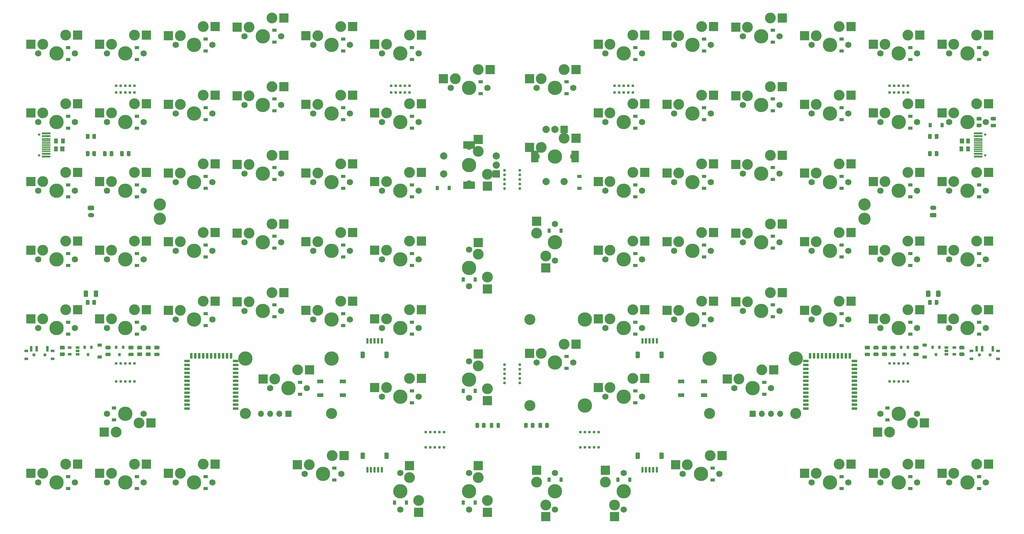
<source format=gbs>
G04 #@! TF.GenerationSoftware,KiCad,Pcbnew,(5.1.10-1-10_14)*
G04 #@! TF.CreationDate,2021-10-20T16:09:14+11:00*
G04 #@! TF.ProjectId,pcb,7063622e-6b69-4636-9164-5f7063625858,rev?*
G04 #@! TF.SameCoordinates,Original*
G04 #@! TF.FileFunction,Soldermask,Bot*
G04 #@! TF.FilePolarity,Negative*
%FSLAX46Y46*%
G04 Gerber Fmt 4.6, Leading zero omitted, Abs format (unit mm)*
G04 Created by KiCad (PCBNEW (5.1.10-1-10_14)) date 2021-10-20 16:09:14*
%MOMM*%
%LPD*%
G01*
G04 APERTURE LIST*
%ADD10R,2.550000X2.500000*%
%ADD11C,1.750000*%
%ADD12C,3.000000*%
%ADD13C,3.987800*%
%ADD14O,3.400000X3.400000*%
%ADD15R,2.500000X2.550000*%
%ADD16R,1.700000X1.000000*%
%ADD17C,3.048000*%
%ADD18R,1.524000X0.700000*%
%ADD19R,0.700000X1.524000*%
%ADD20O,1.750000X1.200000*%
%ADD21O,1.700000X1.700000*%
%ADD22R,1.700000X1.700000*%
%ADD23C,0.787400*%
%ADD24R,1.200000X0.900000*%
%ADD25C,2.000000*%
%ADD26R,2.000000X3.200000*%
%ADD27R,2.000000X2.000000*%
%ADD28R,3.200000X2.000000*%
%ADD29R,2.450000X0.600000*%
%ADD30R,2.450000X0.300000*%
%ADD31C,0.650000*%
%ADD32R,0.800000X0.900000*%
%ADD33R,1.060000X0.650000*%
%ADD34R,1.000000X0.800000*%
%ADD35R,0.700000X1.500000*%
%ADD36C,0.900000*%
%ADD37R,0.900000X1.200000*%
%ADD38R,1.000000X1.400000*%
%ADD39R,1.200000X1.400000*%
G04 APERTURE END LIST*
D10*
X227520500Y-105092500D03*
X240447500Y-102552500D03*
D11*
X228282500Y-100012500D03*
X238442500Y-100012500D03*
D12*
X237172500Y-102552500D03*
D13*
X233362500Y-100012500D03*
D12*
X230822500Y-105092500D03*
D10*
X239204500Y-52070000D03*
X226277500Y-54610000D03*
D11*
X238442500Y-57150000D03*
X228282500Y-57150000D03*
D12*
X229552500Y-54610000D03*
D13*
X233362500Y-57150000D03*
D12*
X235902500Y-52070000D03*
G36*
G01*
X161606250Y-82981249D02*
X161606250Y-84281251D01*
G75*
G02*
X161356251Y-84531250I-249999J0D01*
G01*
X160656249Y-84531250D01*
G75*
G02*
X160406250Y-84281251I0J249999D01*
G01*
X160406250Y-82981249D01*
G75*
G02*
X160656249Y-82731250I249999J0D01*
G01*
X161356251Y-82731250D01*
G75*
G02*
X161606250Y-82981249I0J-249999D01*
G01*
G37*
G36*
G01*
X168206250Y-82981249D02*
X168206250Y-84281251D01*
G75*
G02*
X167956251Y-84531250I-249999J0D01*
G01*
X167256249Y-84531250D01*
G75*
G02*
X167006250Y-84281251I0J249999D01*
G01*
X167006250Y-82981249D01*
G75*
G02*
X167256249Y-82731250I249999J0D01*
G01*
X167956251Y-82731250D01*
G75*
G02*
X168206250Y-82981249I0J-249999D01*
G01*
G37*
G36*
G01*
X162606250Y-79131250D02*
X162606250Y-80381250D01*
G75*
G02*
X162456250Y-80531250I-150000J0D01*
G01*
X162156250Y-80531250D01*
G75*
G02*
X162006250Y-80381250I0J150000D01*
G01*
X162006250Y-79131250D01*
G75*
G02*
X162156250Y-78981250I150000J0D01*
G01*
X162456250Y-78981250D01*
G75*
G02*
X162606250Y-79131250I0J-150000D01*
G01*
G37*
G36*
G01*
X163606250Y-79131250D02*
X163606250Y-80381250D01*
G75*
G02*
X163456250Y-80531250I-150000J0D01*
G01*
X163156250Y-80531250D01*
G75*
G02*
X163006250Y-80381250I0J150000D01*
G01*
X163006250Y-79131250D01*
G75*
G02*
X163156250Y-78981250I150000J0D01*
G01*
X163456250Y-78981250D01*
G75*
G02*
X163606250Y-79131250I0J-150000D01*
G01*
G37*
G36*
G01*
X164606250Y-79131250D02*
X164606250Y-80381250D01*
G75*
G02*
X164456250Y-80531250I-150000J0D01*
G01*
X164156250Y-80531250D01*
G75*
G02*
X164006250Y-80381250I0J150000D01*
G01*
X164006250Y-79131250D01*
G75*
G02*
X164156250Y-78981250I150000J0D01*
G01*
X164456250Y-78981250D01*
G75*
G02*
X164606250Y-79131250I0J-150000D01*
G01*
G37*
G36*
G01*
X165606250Y-79131250D02*
X165606250Y-80381250D01*
G75*
G02*
X165456250Y-80531250I-150000J0D01*
G01*
X165156250Y-80531250D01*
G75*
G02*
X165006250Y-80381250I0J150000D01*
G01*
X165006250Y-79131250D01*
G75*
G02*
X165156250Y-78981250I150000J0D01*
G01*
X165456250Y-78981250D01*
G75*
G02*
X165606250Y-79131250I0J-150000D01*
G01*
G37*
G36*
G01*
X166606250Y-79131250D02*
X166606250Y-80381250D01*
G75*
G02*
X166456250Y-80531250I-150000J0D01*
G01*
X166156250Y-80531250D01*
G75*
G02*
X166006250Y-80381250I0J150000D01*
G01*
X166006250Y-79131250D01*
G75*
G02*
X166156250Y-78981250I150000J0D01*
G01*
X166456250Y-78981250D01*
G75*
G02*
X166606250Y-79131250I0J-150000D01*
G01*
G37*
G36*
G01*
X167006250Y-112281251D02*
X167006250Y-110981249D01*
G75*
G02*
X167256249Y-110731250I249999J0D01*
G01*
X167956251Y-110731250D01*
G75*
G02*
X168206250Y-110981249I0J-249999D01*
G01*
X168206250Y-112281251D01*
G75*
G02*
X167956251Y-112531250I-249999J0D01*
G01*
X167256249Y-112531250D01*
G75*
G02*
X167006250Y-112281251I0J249999D01*
G01*
G37*
G36*
G01*
X160406250Y-112281251D02*
X160406250Y-110981249D01*
G75*
G02*
X160656249Y-110731250I249999J0D01*
G01*
X161356251Y-110731250D01*
G75*
G02*
X161606250Y-110981249I0J-249999D01*
G01*
X161606250Y-112281251D01*
G75*
G02*
X161356251Y-112531250I-249999J0D01*
G01*
X160656249Y-112531250D01*
G75*
G02*
X160406250Y-112281251I0J249999D01*
G01*
G37*
G36*
G01*
X166006250Y-116131250D02*
X166006250Y-114881250D01*
G75*
G02*
X166156250Y-114731250I150000J0D01*
G01*
X166456250Y-114731250D01*
G75*
G02*
X166606250Y-114881250I0J-150000D01*
G01*
X166606250Y-116131250D01*
G75*
G02*
X166456250Y-116281250I-150000J0D01*
G01*
X166156250Y-116281250D01*
G75*
G02*
X166006250Y-116131250I0J150000D01*
G01*
G37*
G36*
G01*
X165006250Y-116131250D02*
X165006250Y-114881250D01*
G75*
G02*
X165156250Y-114731250I150000J0D01*
G01*
X165456250Y-114731250D01*
G75*
G02*
X165606250Y-114881250I0J-150000D01*
G01*
X165606250Y-116131250D01*
G75*
G02*
X165456250Y-116281250I-150000J0D01*
G01*
X165156250Y-116281250D01*
G75*
G02*
X165006250Y-116131250I0J150000D01*
G01*
G37*
G36*
G01*
X164006250Y-116131250D02*
X164006250Y-114881250D01*
G75*
G02*
X164156250Y-114731250I150000J0D01*
G01*
X164456250Y-114731250D01*
G75*
G02*
X164606250Y-114881250I0J-150000D01*
G01*
X164606250Y-116131250D01*
G75*
G02*
X164456250Y-116281250I-150000J0D01*
G01*
X164156250Y-116281250D01*
G75*
G02*
X164006250Y-116131250I0J150000D01*
G01*
G37*
G36*
G01*
X163006250Y-116131250D02*
X163006250Y-114881250D01*
G75*
G02*
X163156250Y-114731250I150000J0D01*
G01*
X163456250Y-114731250D01*
G75*
G02*
X163606250Y-114881250I0J-150000D01*
G01*
X163606250Y-116131250D01*
G75*
G02*
X163456250Y-116281250I-150000J0D01*
G01*
X163156250Y-116281250D01*
G75*
G02*
X163006250Y-116131250I0J150000D01*
G01*
G37*
G36*
G01*
X162006250Y-116131250D02*
X162006250Y-114881250D01*
G75*
G02*
X162156250Y-114731250I150000J0D01*
G01*
X162456250Y-114731250D01*
G75*
G02*
X162606250Y-114881250I0J-150000D01*
G01*
X162606250Y-116131250D01*
G75*
G02*
X162456250Y-116281250I-150000J0D01*
G01*
X162156250Y-116281250D01*
G75*
G02*
X162006250Y-116131250I0J150000D01*
G01*
G37*
G36*
G01*
X90806250Y-112281251D02*
X90806250Y-110981249D01*
G75*
G02*
X91056249Y-110731250I249999J0D01*
G01*
X91756251Y-110731250D01*
G75*
G02*
X92006250Y-110981249I0J-249999D01*
G01*
X92006250Y-112281251D01*
G75*
G02*
X91756251Y-112531250I-249999J0D01*
G01*
X91056249Y-112531250D01*
G75*
G02*
X90806250Y-112281251I0J249999D01*
G01*
G37*
G36*
G01*
X84206250Y-112281251D02*
X84206250Y-110981249D01*
G75*
G02*
X84456249Y-110731250I249999J0D01*
G01*
X85156251Y-110731250D01*
G75*
G02*
X85406250Y-110981249I0J-249999D01*
G01*
X85406250Y-112281251D01*
G75*
G02*
X85156251Y-112531250I-249999J0D01*
G01*
X84456249Y-112531250D01*
G75*
G02*
X84206250Y-112281251I0J249999D01*
G01*
G37*
G36*
G01*
X89806250Y-116131250D02*
X89806250Y-114881250D01*
G75*
G02*
X89956250Y-114731250I150000J0D01*
G01*
X90256250Y-114731250D01*
G75*
G02*
X90406250Y-114881250I0J-150000D01*
G01*
X90406250Y-116131250D01*
G75*
G02*
X90256250Y-116281250I-150000J0D01*
G01*
X89956250Y-116281250D01*
G75*
G02*
X89806250Y-116131250I0J150000D01*
G01*
G37*
G36*
G01*
X88806250Y-116131250D02*
X88806250Y-114881250D01*
G75*
G02*
X88956250Y-114731250I150000J0D01*
G01*
X89256250Y-114731250D01*
G75*
G02*
X89406250Y-114881250I0J-150000D01*
G01*
X89406250Y-116131250D01*
G75*
G02*
X89256250Y-116281250I-150000J0D01*
G01*
X88956250Y-116281250D01*
G75*
G02*
X88806250Y-116131250I0J150000D01*
G01*
G37*
G36*
G01*
X87806250Y-116131250D02*
X87806250Y-114881250D01*
G75*
G02*
X87956250Y-114731250I150000J0D01*
G01*
X88256250Y-114731250D01*
G75*
G02*
X88406250Y-114881250I0J-150000D01*
G01*
X88406250Y-116131250D01*
G75*
G02*
X88256250Y-116281250I-150000J0D01*
G01*
X87956250Y-116281250D01*
G75*
G02*
X87806250Y-116131250I0J150000D01*
G01*
G37*
G36*
G01*
X86806250Y-116131250D02*
X86806250Y-114881250D01*
G75*
G02*
X86956250Y-114731250I150000J0D01*
G01*
X87256250Y-114731250D01*
G75*
G02*
X87406250Y-114881250I0J-150000D01*
G01*
X87406250Y-116131250D01*
G75*
G02*
X87256250Y-116281250I-150000J0D01*
G01*
X86956250Y-116281250D01*
G75*
G02*
X86806250Y-116131250I0J150000D01*
G01*
G37*
G36*
G01*
X85806250Y-116131250D02*
X85806250Y-114881250D01*
G75*
G02*
X85956250Y-114731250I150000J0D01*
G01*
X86256250Y-114731250D01*
G75*
G02*
X86406250Y-114881250I0J-150000D01*
G01*
X86406250Y-116131250D01*
G75*
G02*
X86256250Y-116281250I-150000J0D01*
G01*
X85956250Y-116281250D01*
G75*
G02*
X85806250Y-116131250I0J150000D01*
G01*
G37*
G36*
G01*
X85406250Y-82981249D02*
X85406250Y-84281251D01*
G75*
G02*
X85156251Y-84531250I-249999J0D01*
G01*
X84456249Y-84531250D01*
G75*
G02*
X84206250Y-84281251I0J249999D01*
G01*
X84206250Y-82981249D01*
G75*
G02*
X84456249Y-82731250I249999J0D01*
G01*
X85156251Y-82731250D01*
G75*
G02*
X85406250Y-82981249I0J-249999D01*
G01*
G37*
G36*
G01*
X92006250Y-82981249D02*
X92006250Y-84281251D01*
G75*
G02*
X91756251Y-84531250I-249999J0D01*
G01*
X91056249Y-84531250D01*
G75*
G02*
X90806250Y-84281251I0J249999D01*
G01*
X90806250Y-82981249D01*
G75*
G02*
X91056249Y-82731250I249999J0D01*
G01*
X91756251Y-82731250D01*
G75*
G02*
X92006250Y-82981249I0J-249999D01*
G01*
G37*
G36*
G01*
X86406250Y-79131250D02*
X86406250Y-80381250D01*
G75*
G02*
X86256250Y-80531250I-150000J0D01*
G01*
X85956250Y-80531250D01*
G75*
G02*
X85806250Y-80381250I0J150000D01*
G01*
X85806250Y-79131250D01*
G75*
G02*
X85956250Y-78981250I150000J0D01*
G01*
X86256250Y-78981250D01*
G75*
G02*
X86406250Y-79131250I0J-150000D01*
G01*
G37*
G36*
G01*
X87406250Y-79131250D02*
X87406250Y-80381250D01*
G75*
G02*
X87256250Y-80531250I-150000J0D01*
G01*
X86956250Y-80531250D01*
G75*
G02*
X86806250Y-80381250I0J150000D01*
G01*
X86806250Y-79131250D01*
G75*
G02*
X86956250Y-78981250I150000J0D01*
G01*
X87256250Y-78981250D01*
G75*
G02*
X87406250Y-79131250I0J-150000D01*
G01*
G37*
G36*
G01*
X88406250Y-79131250D02*
X88406250Y-80381250D01*
G75*
G02*
X88256250Y-80531250I-150000J0D01*
G01*
X87956250Y-80531250D01*
G75*
G02*
X87806250Y-80381250I0J150000D01*
G01*
X87806250Y-79131250D01*
G75*
G02*
X87956250Y-78981250I150000J0D01*
G01*
X88256250Y-78981250D01*
G75*
G02*
X88406250Y-79131250I0J-150000D01*
G01*
G37*
G36*
G01*
X89406250Y-79131250D02*
X89406250Y-80381250D01*
G75*
G02*
X89256250Y-80531250I-150000J0D01*
G01*
X88956250Y-80531250D01*
G75*
G02*
X88806250Y-80381250I0J150000D01*
G01*
X88806250Y-79131250D01*
G75*
G02*
X88956250Y-78981250I150000J0D01*
G01*
X89256250Y-78981250D01*
G75*
G02*
X89406250Y-79131250I0J-150000D01*
G01*
G37*
G36*
G01*
X90406250Y-79131250D02*
X90406250Y-80381250D01*
G75*
G02*
X90256250Y-80531250I-150000J0D01*
G01*
X89956250Y-80531250D01*
G75*
G02*
X89806250Y-80381250I0J150000D01*
G01*
X89806250Y-79131250D01*
G75*
G02*
X89956250Y-78981250I150000J0D01*
G01*
X90256250Y-78981250D01*
G75*
G02*
X90406250Y-79131250I0J-150000D01*
G01*
G37*
D14*
X223837500Y-45862500D03*
X223837500Y-41862500D03*
X28575000Y-41862500D03*
X28575000Y-45862500D03*
D12*
X119380000Y-93027500D03*
D13*
X114300000Y-90487500D03*
D12*
X116840000Y-86677500D03*
D11*
X114300000Y-85407500D03*
X114300000Y-95567500D03*
D15*
X116840000Y-83402500D03*
X119380000Y-96329500D03*
D16*
X79350000Y-90968750D03*
X73050000Y-90968750D03*
X79350000Y-94768750D03*
X73050000Y-94768750D03*
D10*
X5842000Y-113982500D03*
X-7085000Y-116522500D03*
D11*
X5080000Y-119062500D03*
X-5080000Y-119062500D03*
D12*
X-3810000Y-116522500D03*
D13*
X0Y-119062500D03*
D12*
X2540000Y-113982500D03*
D10*
X163004500Y-52070000D03*
X150077500Y-54610000D03*
D11*
X162242500Y-57150000D03*
X152082500Y-57150000D03*
D12*
X153352500Y-54610000D03*
D13*
X157162500Y-57150000D03*
D12*
X159702500Y-52070000D03*
X140652500Y-80645000D03*
D13*
X138112500Y-85725000D03*
D12*
X134302500Y-83185000D03*
D11*
X133032500Y-85725000D03*
X143192500Y-85725000D03*
D10*
X131027500Y-83185000D03*
X143954500Y-80645000D03*
D17*
X131127500Y-73787000D03*
D13*
X146367500Y-73787000D03*
X146367500Y-97663000D03*
D17*
X131127500Y-97663000D03*
D18*
X221062500Y-98568750D03*
X221062500Y-97468750D03*
X221062500Y-96368750D03*
X221062500Y-95268750D03*
X221062500Y-94168750D03*
X221062500Y-93068750D03*
X221062500Y-91968750D03*
X221062500Y-90868750D03*
X221062500Y-89768750D03*
X221062500Y-88668750D03*
X221062500Y-87568750D03*
X221062500Y-86468750D03*
X221062500Y-85368750D03*
D19*
X219812500Y-83868750D03*
X218712500Y-83868750D03*
X217612500Y-83868750D03*
X216512500Y-83868750D03*
X215412500Y-83868750D03*
X214312500Y-83868750D03*
X213212500Y-83868750D03*
X212112500Y-83868750D03*
X211012500Y-83868750D03*
X209912500Y-83868750D03*
X208812500Y-83868750D03*
D18*
X207562500Y-85368750D03*
X207562500Y-86468750D03*
X207562500Y-87568750D03*
X207562500Y-88668750D03*
X207562500Y-89768750D03*
X207562500Y-90868750D03*
X207562500Y-91968750D03*
X207562500Y-93068750D03*
X207562500Y-94168750D03*
X207562500Y-95268750D03*
X207562500Y-96368750D03*
X207562500Y-97468750D03*
X207562500Y-98568750D03*
D10*
X43942000Y-68738750D03*
X31015000Y-71278750D03*
D11*
X43180000Y-73818750D03*
X33020000Y-73818750D03*
D12*
X34290000Y-71278750D03*
D13*
X38100000Y-73818750D03*
D12*
X40640000Y-68738750D03*
D20*
X242887500Y-42862500D03*
G36*
G01*
X243512501Y-45462500D02*
X242262499Y-45462500D01*
G75*
G02*
X242012500Y-45212501I0J249999D01*
G01*
X242012500Y-44512499D01*
G75*
G02*
X242262499Y-44262500I249999J0D01*
G01*
X243512501Y-44262500D01*
G75*
G02*
X243762500Y-44512499I0J-249999D01*
G01*
X243762500Y-45212501D01*
G75*
G02*
X243512501Y-45462500I-249999J0D01*
G01*
G37*
X9525000Y-44862500D03*
G36*
G01*
X8899999Y-42262500D02*
X10150001Y-42262500D01*
G75*
G02*
X10400000Y-42512499I0J-249999D01*
G01*
X10400000Y-43212501D01*
G75*
G02*
X10150001Y-43462500I-249999J0D01*
G01*
X8899999Y-43462500D01*
G75*
G02*
X8650000Y-43212501I0J249999D01*
G01*
X8650000Y-42512499D01*
G75*
G02*
X8899999Y-42262500I249999J0D01*
G01*
G37*
D21*
X200501250Y-100012500D03*
X197961250Y-100012500D03*
X195421250Y-100012500D03*
D22*
X192881250Y-100012500D03*
D23*
X97790000Y-8985250D03*
X96520000Y-8985250D03*
X92710000Y-8985250D03*
X93980000Y-8985250D03*
X95250000Y-8985250D03*
X92710000Y-10858500D03*
X93980000Y-10858500D03*
X97790000Y-10858500D03*
X96520000Y-10858500D03*
X95250000Y-10858500D03*
D10*
X5842000Y5080000D03*
X-7085000Y2540000D03*
D11*
X5080000Y0D03*
X-5080000Y0D03*
D12*
X-3810000Y2540000D03*
D13*
X0Y0D03*
D12*
X2540000Y5080000D03*
D23*
X19050000Y-8985250D03*
X17780000Y-8985250D03*
X16510000Y-8985250D03*
X20320000Y-8985250D03*
X21590000Y-8985250D03*
D10*
X24892000Y-13970000D03*
X11965000Y-16510000D03*
D11*
X24130000Y-19050000D03*
X13970000Y-19050000D03*
D12*
X15240000Y-16510000D03*
D13*
X19050000Y-19050000D03*
D12*
X21590000Y-13970000D03*
D10*
X182054500Y7461250D03*
X169127500Y4921250D03*
D11*
X181292500Y2381250D03*
X171132500Y2381250D03*
D12*
X172402500Y4921250D03*
D13*
X176212500Y2381250D03*
D12*
X178752500Y7461250D03*
D23*
X233362500Y-10858500D03*
X234632500Y-10858500D03*
X235902500Y-10858500D03*
X232092500Y-10858500D03*
X230822500Y-10858500D03*
D10*
X220154500Y-68738750D03*
X207227500Y-71278750D03*
D11*
X219392500Y-73818750D03*
X209232500Y-73818750D03*
D12*
X210502500Y-71278750D03*
D13*
X214312500Y-73818750D03*
D12*
X216852500Y-68738750D03*
D10*
X258254500Y-71120000D03*
X245327500Y-73660000D03*
D11*
X257492500Y-76200000D03*
X247332500Y-76200000D03*
D12*
X248602500Y-73660000D03*
D13*
X252412500Y-76200000D03*
D12*
X254952500Y-71120000D03*
D24*
X11906250Y-80900000D03*
X11906250Y-84200000D03*
D18*
X49612500Y-98568750D03*
X49612500Y-97468750D03*
X49612500Y-96368750D03*
X49612500Y-95268750D03*
X49612500Y-94168750D03*
X49612500Y-93068750D03*
X49612500Y-91968750D03*
X49612500Y-90868750D03*
X49612500Y-89768750D03*
X49612500Y-88668750D03*
X49612500Y-87568750D03*
X49612500Y-86468750D03*
X49612500Y-85368750D03*
D19*
X48362500Y-83868750D03*
X47262500Y-83868750D03*
X46162500Y-83868750D03*
X45062500Y-83868750D03*
X43962500Y-83868750D03*
X42862500Y-83868750D03*
X41762500Y-83868750D03*
X40662500Y-83868750D03*
X39562500Y-83868750D03*
X38462500Y-83868750D03*
X37362500Y-83868750D03*
D18*
X36112500Y-85368750D03*
X36112500Y-86468750D03*
X36112500Y-87568750D03*
X36112500Y-88668750D03*
X36112500Y-89768750D03*
X36112500Y-90868750D03*
X36112500Y-91968750D03*
X36112500Y-93068750D03*
X36112500Y-94168750D03*
X36112500Y-95268750D03*
X36112500Y-96368750D03*
X36112500Y-97468750D03*
X36112500Y-98568750D03*
D10*
X220154500Y-113982500D03*
X207227500Y-116522500D03*
D11*
X219392500Y-119062500D03*
X209232500Y-119062500D03*
D12*
X210502500Y-116522500D03*
D13*
X214312500Y-119062500D03*
D12*
X216852500Y-113982500D03*
D10*
X258254500Y-113982500D03*
X245327500Y-116522500D03*
D11*
X257492500Y-119062500D03*
X247332500Y-119062500D03*
D12*
X248602500Y-116522500D03*
D13*
X252412500Y-119062500D03*
D12*
X254952500Y-113982500D03*
D23*
X19050000Y-85979000D03*
X17780000Y-85979000D03*
X16510000Y-85979000D03*
X20320000Y-85979000D03*
X21590000Y-85979000D03*
X19050000Y-91027250D03*
X20320000Y-91027250D03*
X21590000Y-91027250D03*
X17780000Y-91027250D03*
X16510000Y-91027250D03*
G36*
G01*
X229843752Y-82150000D02*
X228943748Y-82150000D01*
G75*
G02*
X228693750Y-81900002I0J249998D01*
G01*
X228693750Y-81374998D01*
G75*
G02*
X228943748Y-81125000I249998J0D01*
G01*
X229843752Y-81125000D01*
G75*
G02*
X230093750Y-81374998I0J-249998D01*
G01*
X230093750Y-81900002D01*
G75*
G02*
X229843752Y-82150000I-249998J0D01*
G01*
G37*
G36*
G01*
X229843752Y-83975000D02*
X228943748Y-83975000D01*
G75*
G02*
X228693750Y-83725002I0J249998D01*
G01*
X228693750Y-83199998D01*
G75*
G02*
X228943748Y-82950000I249998J0D01*
G01*
X229843752Y-82950000D01*
G75*
G02*
X230093750Y-83199998I0J-249998D01*
G01*
X230093750Y-83725002D01*
G75*
G02*
X229843752Y-83975000I-249998J0D01*
G01*
G37*
G36*
G01*
X251275002Y-82150000D02*
X250374998Y-82150000D01*
G75*
G02*
X250125000Y-81900002I0J249998D01*
G01*
X250125000Y-81374998D01*
G75*
G02*
X250374998Y-81125000I249998J0D01*
G01*
X251275002Y-81125000D01*
G75*
G02*
X251525000Y-81374998I0J-249998D01*
G01*
X251525000Y-81900002D01*
G75*
G02*
X251275002Y-82150000I-249998J0D01*
G01*
G37*
G36*
G01*
X251275002Y-83975000D02*
X250374998Y-83975000D01*
G75*
G02*
X250125000Y-83725002I0J249998D01*
G01*
X250125000Y-83199998D01*
G75*
G02*
X250374998Y-82950000I249998J0D01*
G01*
X251275002Y-82950000D01*
G75*
G02*
X251525000Y-83199998I0J-249998D01*
G01*
X251525000Y-83725002D01*
G75*
G02*
X251275002Y-83975000I-249998J0D01*
G01*
G37*
X233362500Y-85979000D03*
X232092500Y-85979000D03*
X230822500Y-85979000D03*
X234632500Y-85979000D03*
X235902500Y-85979000D03*
X233362500Y-91027250D03*
X234632500Y-91027250D03*
X235902500Y-91027250D03*
X232092500Y-91027250D03*
X230822500Y-91027250D03*
D25*
X135612500Y-35575000D03*
X140612500Y-35575000D03*
D26*
X132512500Y-28575000D03*
X143712500Y-28575000D03*
D25*
X135612500Y-21075000D03*
X138112500Y-21075000D03*
D27*
X140612500Y-21075000D03*
D25*
X107300000Y-28456250D03*
X107300000Y-33456250D03*
D28*
X114300000Y-25356250D03*
X114300000Y-36556250D03*
D25*
X121800000Y-28456250D03*
X121800000Y-30956250D03*
D27*
X121800000Y-33456250D03*
D23*
X145097500Y-109283500D03*
X146367500Y-109283500D03*
X150177500Y-109283500D03*
X148907500Y-109283500D03*
X147637500Y-109283500D03*
X150177500Y-105029000D03*
X148907500Y-105029000D03*
X145097500Y-105029000D03*
X146367500Y-105029000D03*
X147637500Y-105029000D03*
D10*
X184435750Y-111601250D03*
X171508750Y-114141250D03*
D11*
X183673750Y-116681250D03*
X173513750Y-116681250D03*
D12*
X174783750Y-114141250D03*
D13*
X178593750Y-116681250D03*
D12*
X181133750Y-111601250D03*
D15*
X152082500Y-115601750D03*
X154622500Y-128528750D03*
D11*
X157162500Y-116363750D03*
X157162500Y-126523750D03*
D12*
X154622500Y-125253750D03*
D13*
X157162500Y-121443750D03*
D12*
X152082500Y-118903750D03*
D15*
X133032500Y-115601750D03*
X135572500Y-128528750D03*
D11*
X138112500Y-116363750D03*
X138112500Y-126523750D03*
D12*
X135572500Y-125253750D03*
D13*
X138112500Y-121443750D03*
D12*
X133032500Y-118903750D03*
D23*
X104775000Y-105029000D03*
X103505000Y-105029000D03*
X102235000Y-105029000D03*
X106045000Y-105029000D03*
X107315000Y-105029000D03*
X104775000Y-109283500D03*
X106045000Y-109283500D03*
X107315000Y-109283500D03*
X103505000Y-109283500D03*
X102235000Y-109283500D03*
X235902500Y-8985250D03*
X234632500Y-8985250D03*
X230822500Y-8985250D03*
X232092500Y-8985250D03*
X233362500Y-8985250D03*
X154622500Y-10858500D03*
X155892500Y-10858500D03*
X159702500Y-10858500D03*
X158432500Y-10858500D03*
X157162500Y-10858500D03*
X159702500Y-8985250D03*
X158432500Y-8985250D03*
X154622500Y-8985250D03*
X155892500Y-8985250D03*
X157162500Y-8985250D03*
X16510000Y-10858500D03*
X17780000Y-10858500D03*
X21590000Y-10858500D03*
X20320000Y-10858500D03*
X19050000Y-10858500D03*
X124079000Y-32385000D03*
X124079000Y-33655000D03*
X124079000Y-37465000D03*
X124079000Y-36195000D03*
X124079000Y-34925000D03*
X128333500Y-37465000D03*
X128333500Y-36195000D03*
X128333500Y-32385000D03*
X128333500Y-33655000D03*
X128333500Y-34925000D03*
X128333500Y-91440000D03*
X128333500Y-90170000D03*
X128333500Y-86360000D03*
X128333500Y-87630000D03*
X128333500Y-88900000D03*
X124079000Y-86360000D03*
X124079000Y-87630000D03*
X124079000Y-91440000D03*
X124079000Y-90170000D03*
X124079000Y-88900000D03*
D16*
X179362500Y-90968750D03*
X173062500Y-90968750D03*
X179362500Y-94768750D03*
X173062500Y-94768750D03*
D15*
X119380000Y-127285750D03*
X116840000Y-114358750D03*
D11*
X114300000Y-126523750D03*
X114300000Y-116363750D03*
D12*
X116840000Y-117633750D03*
D13*
X114300000Y-121443750D03*
D12*
X119380000Y-123983750D03*
D15*
X100330000Y-127285750D03*
X97790000Y-114358750D03*
D11*
X95250000Y-126523750D03*
X95250000Y-116363750D03*
D12*
X97790000Y-117633750D03*
D13*
X95250000Y-121443750D03*
D12*
X100330000Y-123983750D03*
D10*
X79660750Y-111601250D03*
X66733750Y-114141250D03*
D11*
X78898750Y-116681250D03*
X68738750Y-116681250D03*
D12*
X70008750Y-114141250D03*
D13*
X73818750Y-116681250D03*
D12*
X76358750Y-111601250D03*
D10*
X120142000Y-4445000D03*
X107215000Y-6985000D03*
D11*
X119380000Y-9525000D03*
X109220000Y-9525000D03*
D12*
X110490000Y-6985000D03*
D13*
X114300000Y-9525000D03*
D12*
X116840000Y-4445000D03*
D24*
X160337500Y-36450000D03*
X160337500Y-39750000D03*
D13*
X180943250Y-84613750D03*
X204819250Y-84613750D03*
D17*
X180943250Y-99853750D03*
X204819250Y-99853750D03*
D10*
X198723250Y-87788750D03*
X185796250Y-90328750D03*
D11*
X197961250Y-92868750D03*
X187801250Y-92868750D03*
D12*
X189071250Y-90328750D03*
D13*
X192881250Y-92868750D03*
D12*
X195421250Y-87788750D03*
D10*
X201104500Y-66357500D03*
X188177500Y-68897500D03*
D11*
X200342500Y-71437500D03*
X190182500Y-71437500D03*
D12*
X191452500Y-68897500D03*
D13*
X195262500Y-71437500D03*
D12*
X197802500Y-66357500D03*
X133032500Y-49847500D03*
D13*
X138112500Y-52387500D03*
D12*
X135572500Y-56197500D03*
D11*
X138112500Y-57467500D03*
X138112500Y-47307500D03*
D15*
X135572500Y-59472500D03*
X133032500Y-46545500D03*
X119380000Y-65373250D03*
X116840000Y-52446250D03*
D11*
X114300000Y-64611250D03*
X114300000Y-54451250D03*
D12*
X116840000Y-55721250D03*
D13*
X114300000Y-59531250D03*
D12*
X119380000Y-62071250D03*
D15*
X119380000Y-36798250D03*
X116840000Y-23871250D03*
D11*
X114300000Y-36036250D03*
X114300000Y-25876250D03*
D12*
X116840000Y-27146250D03*
D13*
X114300000Y-30956250D03*
D12*
X119380000Y-33496250D03*
D13*
X52355750Y-84613750D03*
X76231750Y-84613750D03*
D17*
X52355750Y-99853750D03*
X76231750Y-99853750D03*
D10*
X70135750Y-87788750D03*
X57208750Y-90328750D03*
D11*
X69373750Y-92868750D03*
X59213750Y-92868750D03*
D12*
X60483750Y-90328750D03*
D13*
X64293750Y-92868750D03*
D12*
X66833750Y-87788750D03*
D29*
X255330000Y-28625000D03*
X255330000Y-22175000D03*
X255330000Y-27850000D03*
X255330000Y-22950000D03*
D30*
X255330000Y-23650000D03*
X255330000Y-27150000D03*
X255330000Y-24150000D03*
X255330000Y-26650000D03*
X255330000Y-24650000D03*
X255330000Y-26150000D03*
X255330000Y-25650000D03*
X255330000Y-25150000D03*
D31*
X257275000Y-28290000D03*
X257275000Y-22510000D03*
D29*
X-2917500Y-22175000D03*
X-2917500Y-28625000D03*
X-2917500Y-22950000D03*
X-2917500Y-27850000D03*
D30*
X-2917500Y-27150000D03*
X-2917500Y-23650000D03*
X-2917500Y-26650000D03*
X-2917500Y-24150000D03*
X-2917500Y-26150000D03*
X-2917500Y-24650000D03*
X-2917500Y-25150000D03*
X-2917500Y-25650000D03*
D31*
X-4862500Y-22510000D03*
X-4862500Y-28290000D03*
D32*
X234950000Y-83550000D03*
X235900000Y-81550000D03*
X234000000Y-81550000D03*
D33*
X248750000Y-83500000D03*
X248750000Y-81600000D03*
X246550000Y-81600000D03*
X246550000Y-82550000D03*
X246550000Y-83500000D03*
X3662500Y-81600000D03*
X3662500Y-83500000D03*
X5862500Y-83500000D03*
X5862500Y-82550000D03*
X5862500Y-81600000D03*
D32*
X17462500Y-83550000D03*
X18412500Y-81550000D03*
X16512500Y-81550000D03*
D10*
X258254500Y-52070000D03*
X245327500Y-54610000D03*
D11*
X257492500Y-57150000D03*
X247332500Y-57150000D03*
D12*
X248602500Y-54610000D03*
D13*
X252412500Y-57150000D03*
D12*
X254952500Y-52070000D03*
D10*
X258254500Y-33020000D03*
X245327500Y-35560000D03*
D11*
X257492500Y-38100000D03*
X247332500Y-38100000D03*
D12*
X248602500Y-35560000D03*
D13*
X252412500Y-38100000D03*
D12*
X254952500Y-33020000D03*
D10*
X258254500Y-13970000D03*
X245327500Y-16510000D03*
D11*
X257492500Y-19050000D03*
X247332500Y-19050000D03*
D12*
X248602500Y-16510000D03*
D13*
X252412500Y-19050000D03*
D12*
X254952500Y-13970000D03*
D10*
X258254500Y5080000D03*
X245327500Y2540000D03*
D11*
X257492500Y0D03*
X247332500Y0D03*
D12*
X248602500Y2540000D03*
D13*
X252412500Y0D03*
D12*
X254952500Y5080000D03*
D10*
X239204500Y-71120000D03*
X226277500Y-73660000D03*
D11*
X238442500Y-76200000D03*
X228282500Y-76200000D03*
D12*
X229552500Y-73660000D03*
D13*
X233362500Y-76200000D03*
D12*
X235902500Y-71120000D03*
D10*
X239204500Y-33020000D03*
X226277500Y-35560000D03*
D11*
X238442500Y-38100000D03*
X228282500Y-38100000D03*
D12*
X229552500Y-35560000D03*
D13*
X233362500Y-38100000D03*
D12*
X235902500Y-33020000D03*
D10*
X239204500Y-13970000D03*
X226277500Y-16510000D03*
D11*
X238442500Y-19050000D03*
X228282500Y-19050000D03*
D12*
X229552500Y-16510000D03*
D13*
X233362500Y-19050000D03*
D12*
X235902500Y-13970000D03*
D10*
X239204500Y5080000D03*
X226277500Y2540000D03*
D11*
X238442500Y0D03*
X228282500Y0D03*
D12*
X229552500Y2540000D03*
D13*
X233362500Y0D03*
D12*
X235902500Y5080000D03*
D10*
X220154500Y-49688750D03*
X207227500Y-52228750D03*
D11*
X219392500Y-54768750D03*
X209232500Y-54768750D03*
D12*
X210502500Y-52228750D03*
D13*
X214312500Y-54768750D03*
D12*
X216852500Y-49688750D03*
D10*
X220154500Y-30638750D03*
X207227500Y-33178750D03*
D11*
X219392500Y-35718750D03*
X209232500Y-35718750D03*
D12*
X210502500Y-33178750D03*
D13*
X214312500Y-35718750D03*
D12*
X216852500Y-30638750D03*
D10*
X220154500Y-11588750D03*
X207227500Y-14128750D03*
D11*
X219392500Y-16668750D03*
X209232500Y-16668750D03*
D12*
X210502500Y-14128750D03*
D13*
X214312500Y-16668750D03*
D12*
X216852500Y-11588750D03*
D10*
X220154500Y7461250D03*
X207227500Y4921250D03*
D11*
X219392500Y2381250D03*
X209232500Y2381250D03*
D12*
X210502500Y4921250D03*
D13*
X214312500Y2381250D03*
D12*
X216852500Y7461250D03*
D10*
X201104500Y-47307500D03*
X188177500Y-49847500D03*
D11*
X200342500Y-52387500D03*
X190182500Y-52387500D03*
D12*
X191452500Y-49847500D03*
D13*
X195262500Y-52387500D03*
D12*
X197802500Y-47307500D03*
D10*
X201104500Y-28257500D03*
X188177500Y-30797500D03*
D11*
X200342500Y-33337500D03*
X190182500Y-33337500D03*
D12*
X191452500Y-30797500D03*
D13*
X195262500Y-33337500D03*
D12*
X197802500Y-28257500D03*
D10*
X201104500Y-9207500D03*
X188177500Y-11747500D03*
D11*
X200342500Y-14287500D03*
X190182500Y-14287500D03*
D12*
X191452500Y-11747500D03*
D13*
X195262500Y-14287500D03*
D12*
X197802500Y-9207500D03*
D10*
X201104500Y9842500D03*
X188177500Y7302500D03*
D11*
X200342500Y4762500D03*
X190182500Y4762500D03*
D12*
X191452500Y7302500D03*
D13*
X195262500Y4762500D03*
D12*
X197802500Y9842500D03*
D10*
X182054500Y-68738750D03*
X169127500Y-71278750D03*
D11*
X181292500Y-73818750D03*
X171132500Y-73818750D03*
D12*
X172402500Y-71278750D03*
D13*
X176212500Y-73818750D03*
D12*
X178752500Y-68738750D03*
D10*
X182054500Y-49688750D03*
X169127500Y-52228750D03*
D11*
X181292500Y-54768750D03*
X171132500Y-54768750D03*
D12*
X172402500Y-52228750D03*
D13*
X176212500Y-54768750D03*
D12*
X178752500Y-49688750D03*
D10*
X182054500Y-30638750D03*
X169127500Y-33178750D03*
D11*
X181292500Y-35718750D03*
X171132500Y-35718750D03*
D12*
X172402500Y-33178750D03*
D13*
X176212500Y-35718750D03*
D12*
X178752500Y-30638750D03*
D10*
X182054500Y-11588750D03*
X169127500Y-14128750D03*
D11*
X181292500Y-16668750D03*
X171132500Y-16668750D03*
D12*
X172402500Y-14128750D03*
D13*
X176212500Y-16668750D03*
D12*
X178752500Y-11588750D03*
D10*
X239204500Y-113982500D03*
X226277500Y-116522500D03*
D11*
X238442500Y-119062500D03*
X228282500Y-119062500D03*
D12*
X229552500Y-116522500D03*
D13*
X233362500Y-119062500D03*
D12*
X235902500Y-113982500D03*
D10*
X163004500Y-90170000D03*
X150077500Y-92710000D03*
D11*
X162242500Y-95250000D03*
X152082500Y-95250000D03*
D12*
X153352500Y-92710000D03*
D13*
X157162500Y-95250000D03*
D12*
X159702500Y-90170000D03*
D10*
X163004500Y-71120000D03*
X150077500Y-73660000D03*
D11*
X162242500Y-76200000D03*
X152082500Y-76200000D03*
D12*
X153352500Y-73660000D03*
D13*
X157162500Y-76200000D03*
D12*
X159702500Y-71120000D03*
D10*
X163004500Y-33020000D03*
X150077500Y-35560000D03*
D11*
X162242500Y-38100000D03*
X152082500Y-38100000D03*
D12*
X153352500Y-35560000D03*
D13*
X157162500Y-38100000D03*
D12*
X159702500Y-33020000D03*
D10*
X163004500Y-13970000D03*
X150077500Y-16510000D03*
D11*
X162242500Y-19050000D03*
X152082500Y-19050000D03*
D12*
X153352500Y-16510000D03*
D13*
X157162500Y-19050000D03*
D12*
X159702500Y-13970000D03*
D10*
X163004500Y5080000D03*
X150077500Y2540000D03*
D11*
X162242500Y0D03*
X152082500Y0D03*
D12*
X153352500Y2540000D03*
D13*
X157162500Y0D03*
D12*
X159702500Y5080000D03*
D10*
X143954500Y-23495000D03*
X131027500Y-26035000D03*
D11*
X143192500Y-28575000D03*
X133032500Y-28575000D03*
D12*
X134302500Y-26035000D03*
D13*
X138112500Y-28575000D03*
D12*
X140652500Y-23495000D03*
D10*
X143954500Y-4445000D03*
X131027500Y-6985000D03*
D11*
X143192500Y-9525000D03*
X133032500Y-9525000D03*
D12*
X134302500Y-6985000D03*
D13*
X138112500Y-9525000D03*
D12*
X140652500Y-4445000D03*
D34*
X260825000Y-82563750D03*
X253525000Y-82563750D03*
X253525000Y-84773750D03*
X260825000Y-84773750D03*
D35*
X254925000Y-81913750D03*
X256425000Y-81913750D03*
X259425000Y-81913750D03*
D36*
X255675000Y-83673750D03*
X258675000Y-83673750D03*
D10*
X101092000Y-90170000D03*
X88165000Y-92710000D03*
D11*
X100330000Y-95250000D03*
X90170000Y-95250000D03*
D12*
X91440000Y-92710000D03*
D13*
X95250000Y-95250000D03*
D12*
X97790000Y-90170000D03*
D34*
X-1112500Y-82563750D03*
X-8412500Y-82563750D03*
X-8412500Y-84773750D03*
X-1112500Y-84773750D03*
D35*
X-7012500Y-81913750D03*
X-5512500Y-81913750D03*
X-2512500Y-81913750D03*
D36*
X-6262500Y-83673750D03*
X-3262500Y-83673750D03*
D10*
X101092000Y-71120000D03*
X88165000Y-73660000D03*
D11*
X100330000Y-76200000D03*
X90170000Y-76200000D03*
D12*
X91440000Y-73660000D03*
D13*
X95250000Y-76200000D03*
D12*
X97790000Y-71120000D03*
D10*
X101092000Y-52070000D03*
X88165000Y-54610000D03*
D11*
X100330000Y-57150000D03*
X90170000Y-57150000D03*
D12*
X91440000Y-54610000D03*
D13*
X95250000Y-57150000D03*
D12*
X97790000Y-52070000D03*
D10*
X101092000Y-33020000D03*
X88165000Y-35560000D03*
D11*
X100330000Y-38100000D03*
X90170000Y-38100000D03*
D12*
X91440000Y-35560000D03*
D13*
X95250000Y-38100000D03*
D12*
X97790000Y-33020000D03*
D10*
X101092000Y-13970000D03*
X88165000Y-16510000D03*
D11*
X100330000Y-19050000D03*
X90170000Y-19050000D03*
D12*
X91440000Y-16510000D03*
D13*
X95250000Y-19050000D03*
D12*
X97790000Y-13970000D03*
D10*
X101092000Y5080000D03*
X88165000Y2540000D03*
D11*
X100330000Y0D03*
X90170000Y0D03*
D12*
X91440000Y2540000D03*
D13*
X95250000Y0D03*
D12*
X97790000Y5080000D03*
D10*
X82042000Y-68738750D03*
X69115000Y-71278750D03*
D11*
X81280000Y-73818750D03*
X71120000Y-73818750D03*
D12*
X72390000Y-71278750D03*
D13*
X76200000Y-73818750D03*
D12*
X78740000Y-68738750D03*
D10*
X82042000Y-49688750D03*
X69115000Y-52228750D03*
D11*
X81280000Y-54768750D03*
X71120000Y-54768750D03*
D12*
X72390000Y-52228750D03*
D13*
X76200000Y-54768750D03*
D12*
X78740000Y-49688750D03*
D10*
X82042000Y-30638750D03*
X69115000Y-33178750D03*
D11*
X81280000Y-35718750D03*
X71120000Y-35718750D03*
D12*
X72390000Y-33178750D03*
D13*
X76200000Y-35718750D03*
D12*
X78740000Y-30638750D03*
D10*
X82042000Y-11588750D03*
X69115000Y-14128750D03*
D11*
X81280000Y-16668750D03*
X71120000Y-16668750D03*
D12*
X72390000Y-14128750D03*
D13*
X76200000Y-16668750D03*
D12*
X78740000Y-11588750D03*
D10*
X82042000Y7461250D03*
X69115000Y4921250D03*
D11*
X81280000Y2381250D03*
X71120000Y2381250D03*
D12*
X72390000Y4921250D03*
D13*
X76200000Y2381250D03*
D12*
X78740000Y7461250D03*
D10*
X62992000Y-66357500D03*
X50065000Y-68897500D03*
D11*
X62230000Y-71437500D03*
X52070000Y-71437500D03*
D12*
X53340000Y-68897500D03*
D13*
X57150000Y-71437500D03*
D12*
X59690000Y-66357500D03*
D10*
X62992000Y-47307500D03*
X50065000Y-49847500D03*
D11*
X62230000Y-52387500D03*
X52070000Y-52387500D03*
D12*
X53340000Y-49847500D03*
D13*
X57150000Y-52387500D03*
D12*
X59690000Y-47307500D03*
D10*
X62992000Y-28257500D03*
X50065000Y-30797500D03*
D11*
X62230000Y-33337500D03*
X52070000Y-33337500D03*
D12*
X53340000Y-30797500D03*
D13*
X57150000Y-33337500D03*
D12*
X59690000Y-28257500D03*
D10*
X62992000Y-9207500D03*
X50065000Y-11747500D03*
D11*
X62230000Y-14287500D03*
X52070000Y-14287500D03*
D12*
X53340000Y-11747500D03*
D13*
X57150000Y-14287500D03*
D12*
X59690000Y-9207500D03*
D10*
X62992000Y9842500D03*
X50065000Y7302500D03*
D11*
X62230000Y4762500D03*
X52070000Y4762500D03*
D12*
X53340000Y7302500D03*
D13*
X57150000Y4762500D03*
D12*
X59690000Y9842500D03*
D10*
X43942000Y-49688750D03*
X31015000Y-52228750D03*
D11*
X43180000Y-54768750D03*
X33020000Y-54768750D03*
D12*
X34290000Y-52228750D03*
D13*
X38100000Y-54768750D03*
D12*
X40640000Y-49688750D03*
D10*
X43942000Y-30638750D03*
X31015000Y-33178750D03*
D11*
X43180000Y-35718750D03*
X33020000Y-35718750D03*
D12*
X34290000Y-33178750D03*
D13*
X38100000Y-35718750D03*
D12*
X40640000Y-30638750D03*
D10*
X43942000Y-11588750D03*
X31015000Y-14128750D03*
D11*
X43180000Y-16668750D03*
X33020000Y-16668750D03*
D12*
X34290000Y-14128750D03*
D13*
X38100000Y-16668750D03*
D12*
X40640000Y-11588750D03*
D10*
X43942000Y7461250D03*
X31015000Y4921250D03*
D11*
X43180000Y2381250D03*
X33020000Y2381250D03*
D12*
X34290000Y4921250D03*
D13*
X38100000Y2381250D03*
D12*
X40640000Y7461250D03*
D10*
X43942000Y-113982500D03*
X31015000Y-116522500D03*
D11*
X43180000Y-119062500D03*
X33020000Y-119062500D03*
D12*
X34290000Y-116522500D03*
D13*
X38100000Y-119062500D03*
D12*
X40640000Y-113982500D03*
D10*
X24892000Y-71120000D03*
X11965000Y-73660000D03*
D11*
X24130000Y-76200000D03*
X13970000Y-76200000D03*
D12*
X15240000Y-73660000D03*
D13*
X19050000Y-76200000D03*
D12*
X21590000Y-71120000D03*
D10*
X24892000Y-52070000D03*
X11965000Y-54610000D03*
D11*
X24130000Y-57150000D03*
X13970000Y-57150000D03*
D12*
X15240000Y-54610000D03*
D13*
X19050000Y-57150000D03*
D12*
X21590000Y-52070000D03*
D10*
X24892000Y-33020000D03*
X11965000Y-35560000D03*
D11*
X24130000Y-38100000D03*
X13970000Y-38100000D03*
D12*
X15240000Y-35560000D03*
D13*
X19050000Y-38100000D03*
D12*
X21590000Y-33020000D03*
D10*
X24892000Y5080000D03*
X11965000Y2540000D03*
D11*
X24130000Y0D03*
X13970000Y0D03*
D12*
X15240000Y2540000D03*
D13*
X19050000Y0D03*
D12*
X21590000Y5080000D03*
D10*
X24892000Y-113982500D03*
X11965000Y-116522500D03*
D11*
X24130000Y-119062500D03*
X13970000Y-119062500D03*
D12*
X15240000Y-116522500D03*
D13*
X19050000Y-119062500D03*
D12*
X21590000Y-113982500D03*
D10*
X13208000Y-105092500D03*
X26135000Y-102552500D03*
D11*
X13970000Y-100012500D03*
X24130000Y-100012500D03*
D12*
X22860000Y-102552500D03*
D13*
X19050000Y-100012500D03*
D12*
X16510000Y-105092500D03*
D10*
X5842000Y-71120000D03*
X-7085000Y-73660000D03*
D11*
X5080000Y-76200000D03*
X-5080000Y-76200000D03*
D12*
X-3810000Y-73660000D03*
D13*
X0Y-76200000D03*
D12*
X2540000Y-71120000D03*
D10*
X5842000Y-52070000D03*
X-7085000Y-54610000D03*
D11*
X5080000Y-57150000D03*
X-5080000Y-57150000D03*
D12*
X-3810000Y-54610000D03*
D13*
X0Y-57150000D03*
D12*
X2540000Y-52070000D03*
D10*
X5842000Y-33020000D03*
X-7085000Y-35560000D03*
D11*
X5080000Y-38100000D03*
X-5080000Y-38100000D03*
D12*
X-3810000Y-35560000D03*
D13*
X0Y-38100000D03*
D12*
X2540000Y-33020000D03*
D10*
X5842000Y-13970000D03*
X-7085000Y-16510000D03*
D11*
X5080000Y-19050000D03*
X-5080000Y-19050000D03*
D12*
X-3810000Y-16510000D03*
D13*
X0Y-19050000D03*
D12*
X2540000Y-13970000D03*
G36*
G01*
X243287500Y-69506252D02*
X243287500Y-68606248D01*
G75*
G02*
X243537498Y-68356250I249998J0D01*
G01*
X244062502Y-68356250D01*
G75*
G02*
X244312500Y-68606248I0J-249998D01*
G01*
X244312500Y-69506252D01*
G75*
G02*
X244062502Y-69756250I-249998J0D01*
G01*
X243537498Y-69756250D01*
G75*
G02*
X243287500Y-69506252I0J249998D01*
G01*
G37*
G36*
G01*
X241462500Y-69506252D02*
X241462500Y-68606248D01*
G75*
G02*
X241712498Y-68356250I249998J0D01*
G01*
X242237502Y-68356250D01*
G75*
G02*
X242487500Y-68606248I0J-249998D01*
G01*
X242487500Y-69506252D01*
G75*
G02*
X242237502Y-69756250I-249998J0D01*
G01*
X241712498Y-69756250D01*
G75*
G02*
X241462500Y-69506252I0J249998D01*
G01*
G37*
G36*
G01*
X135337500Y-103637502D02*
X135337500Y-102737498D01*
G75*
G02*
X135587498Y-102487500I249998J0D01*
G01*
X136112502Y-102487500D01*
G75*
G02*
X136362500Y-102737498I0J-249998D01*
G01*
X136362500Y-103637502D01*
G75*
G02*
X136112502Y-103887500I-249998J0D01*
G01*
X135587498Y-103887500D01*
G75*
G02*
X135337500Y-103637502I0J249998D01*
G01*
G37*
G36*
G01*
X133512500Y-103637502D02*
X133512500Y-102737498D01*
G75*
G02*
X133762498Y-102487500I249998J0D01*
G01*
X134287502Y-102487500D01*
G75*
G02*
X134537500Y-102737498I0J-249998D01*
G01*
X134537500Y-103637502D01*
G75*
G02*
X134287502Y-103887500I-249998J0D01*
G01*
X133762498Y-103887500D01*
G75*
G02*
X133512500Y-103637502I0J249998D01*
G01*
G37*
G36*
G01*
X226562498Y-82950000D02*
X227462502Y-82950000D01*
G75*
G02*
X227712500Y-83199998I0J-249998D01*
G01*
X227712500Y-83725002D01*
G75*
G02*
X227462502Y-83975000I-249998J0D01*
G01*
X226562498Y-83975000D01*
G75*
G02*
X226312500Y-83725002I0J249998D01*
G01*
X226312500Y-83199998D01*
G75*
G02*
X226562498Y-82950000I249998J0D01*
G01*
G37*
G36*
G01*
X226562498Y-81125000D02*
X227462502Y-81125000D01*
G75*
G02*
X227712500Y-81374998I0J-249998D01*
G01*
X227712500Y-81900002D01*
G75*
G02*
X227462502Y-82150000I-249998J0D01*
G01*
X226562498Y-82150000D01*
G75*
G02*
X226312500Y-81900002I0J249998D01*
G01*
X226312500Y-81374998D01*
G75*
G02*
X226562498Y-81125000I249998J0D01*
G01*
G37*
G36*
G01*
X243287500Y-28231252D02*
X243287500Y-27331248D01*
G75*
G02*
X243537498Y-27081250I249998J0D01*
G01*
X244062502Y-27081250D01*
G75*
G02*
X244312500Y-27331248I0J-249998D01*
G01*
X244312500Y-28231252D01*
G75*
G02*
X244062502Y-28481250I-249998J0D01*
G01*
X243537498Y-28481250D01*
G75*
G02*
X243287500Y-28231252I0J249998D01*
G01*
G37*
G36*
G01*
X241462500Y-28231252D02*
X241462500Y-27331248D01*
G75*
G02*
X241712498Y-27081250I249998J0D01*
G01*
X242237502Y-27081250D01*
G75*
G02*
X242487500Y-27331248I0J-249998D01*
G01*
X242487500Y-28231252D01*
G75*
G02*
X242237502Y-28481250I-249998J0D01*
G01*
X241712498Y-28481250D01*
G75*
G02*
X241462500Y-28231252I0J249998D01*
G01*
G37*
G36*
G01*
X243287500Y-23468752D02*
X243287500Y-22568748D01*
G75*
G02*
X243537498Y-22318750I249998J0D01*
G01*
X244062502Y-22318750D01*
G75*
G02*
X244312500Y-22568748I0J-249998D01*
G01*
X244312500Y-23468752D01*
G75*
G02*
X244062502Y-23718750I-249998J0D01*
G01*
X243537498Y-23718750D01*
G75*
G02*
X243287500Y-23468752I0J249998D01*
G01*
G37*
G36*
G01*
X241462500Y-23468752D02*
X241462500Y-22568748D01*
G75*
G02*
X241712498Y-22318750I249998J0D01*
G01*
X242237502Y-22318750D01*
G75*
G02*
X242487500Y-22568748I0J-249998D01*
G01*
X242487500Y-23468752D01*
G75*
G02*
X242237502Y-23718750I-249998J0D01*
G01*
X241712498Y-23718750D01*
G75*
G02*
X241462500Y-23468752I0J249998D01*
G01*
G37*
G36*
G01*
X117075000Y-102737498D02*
X117075000Y-103637502D01*
G75*
G02*
X116825002Y-103887500I-249998J0D01*
G01*
X116299998Y-103887500D01*
G75*
G02*
X116050000Y-103637502I0J249998D01*
G01*
X116050000Y-102737498D01*
G75*
G02*
X116299998Y-102487500I249998J0D01*
G01*
X116825002Y-102487500D01*
G75*
G02*
X117075000Y-102737498I0J-249998D01*
G01*
G37*
G36*
G01*
X118900000Y-102737498D02*
X118900000Y-103637502D01*
G75*
G02*
X118650002Y-103887500I-249998J0D01*
G01*
X118124998Y-103887500D01*
G75*
G02*
X117875000Y-103637502I0J249998D01*
G01*
X117875000Y-102737498D01*
G75*
G02*
X118124998Y-102487500I249998J0D01*
G01*
X118650002Y-102487500D01*
G75*
G02*
X118900000Y-102737498I0J-249998D01*
G01*
G37*
G36*
G01*
X23468752Y-82150000D02*
X22568748Y-82150000D01*
G75*
G02*
X22318750Y-81900002I0J249998D01*
G01*
X22318750Y-81374998D01*
G75*
G02*
X22568748Y-81125000I249998J0D01*
G01*
X23468752Y-81125000D01*
G75*
G02*
X23718750Y-81374998I0J-249998D01*
G01*
X23718750Y-81900002D01*
G75*
G02*
X23468752Y-82150000I-249998J0D01*
G01*
G37*
G36*
G01*
X23468752Y-83975000D02*
X22568748Y-83975000D01*
G75*
G02*
X22318750Y-83725002I0J249998D01*
G01*
X22318750Y-83199998D01*
G75*
G02*
X22568748Y-82950000I249998J0D01*
G01*
X23468752Y-82950000D01*
G75*
G02*
X23718750Y-83199998I0J-249998D01*
G01*
X23718750Y-83725002D01*
G75*
G02*
X23468752Y-83975000I-249998J0D01*
G01*
G37*
G36*
G01*
X24949998Y-82950000D02*
X25850002Y-82950000D01*
G75*
G02*
X26100000Y-83199998I0J-249998D01*
G01*
X26100000Y-83725002D01*
G75*
G02*
X25850002Y-83975000I-249998J0D01*
G01*
X24949998Y-83975000D01*
G75*
G02*
X24700000Y-83725002I0J249998D01*
G01*
X24700000Y-83199998D01*
G75*
G02*
X24949998Y-82950000I249998J0D01*
G01*
G37*
G36*
G01*
X24949998Y-81125000D02*
X25850002Y-81125000D01*
G75*
G02*
X26100000Y-81374998I0J-249998D01*
G01*
X26100000Y-81900002D01*
G75*
G02*
X25850002Y-82150000I-249998J0D01*
G01*
X24949998Y-82150000D01*
G75*
G02*
X24700000Y-81900002I0J249998D01*
G01*
X24700000Y-81374998D01*
G75*
G02*
X24949998Y-81125000I249998J0D01*
G01*
G37*
G36*
G01*
X14687500Y-28231252D02*
X14687500Y-27331248D01*
G75*
G02*
X14937498Y-27081250I249998J0D01*
G01*
X15462502Y-27081250D01*
G75*
G02*
X15712500Y-27331248I0J-249998D01*
G01*
X15712500Y-28231252D01*
G75*
G02*
X15462502Y-28481250I-249998J0D01*
G01*
X14937498Y-28481250D01*
G75*
G02*
X14687500Y-28231252I0J249998D01*
G01*
G37*
G36*
G01*
X12862500Y-28231252D02*
X12862500Y-27331248D01*
G75*
G02*
X13112498Y-27081250I249998J0D01*
G01*
X13637502Y-27081250D01*
G75*
G02*
X13887500Y-27331248I0J-249998D01*
G01*
X13887500Y-28231252D01*
G75*
G02*
X13637502Y-28481250I-249998J0D01*
G01*
X13112498Y-28481250D01*
G75*
G02*
X12862500Y-28231252I0J249998D01*
G01*
G37*
G36*
G01*
X9125000Y-22568748D02*
X9125000Y-23468752D01*
G75*
G02*
X8875002Y-23718750I-249998J0D01*
G01*
X8349998Y-23718750D01*
G75*
G02*
X8100000Y-23468752I0J249998D01*
G01*
X8100000Y-22568748D01*
G75*
G02*
X8349998Y-22318750I249998J0D01*
G01*
X8875002Y-22318750D01*
G75*
G02*
X9125000Y-22568748I0J-249998D01*
G01*
G37*
G36*
G01*
X10950000Y-22568748D02*
X10950000Y-23468752D01*
G75*
G02*
X10700002Y-23718750I-249998J0D01*
G01*
X10174998Y-23718750D01*
G75*
G02*
X9925000Y-23468752I0J249998D01*
G01*
X9925000Y-22568748D01*
G75*
G02*
X10174998Y-22318750I249998J0D01*
G01*
X10700002Y-22318750D01*
G75*
G02*
X10950000Y-22568748I0J-249998D01*
G01*
G37*
G36*
G01*
X255137498Y-19450000D02*
X256037502Y-19450000D01*
G75*
G02*
X256287500Y-19699998I0J-249998D01*
G01*
X256287500Y-20225002D01*
G75*
G02*
X256037502Y-20475000I-249998J0D01*
G01*
X255137498Y-20475000D01*
G75*
G02*
X254887500Y-20225002I0J249998D01*
G01*
X254887500Y-19699998D01*
G75*
G02*
X255137498Y-19450000I249998J0D01*
G01*
G37*
G36*
G01*
X255137498Y-17625000D02*
X256037502Y-17625000D01*
G75*
G02*
X256287500Y-17874998I0J-249998D01*
G01*
X256287500Y-18400002D01*
G75*
G02*
X256037502Y-18650000I-249998J0D01*
G01*
X255137498Y-18650000D01*
G75*
G02*
X254887500Y-18400002I0J249998D01*
G01*
X254887500Y-17874998D01*
G75*
G02*
X255137498Y-17625000I249998J0D01*
G01*
G37*
G36*
G01*
X2037502Y-82150000D02*
X1137498Y-82150000D01*
G75*
G02*
X887500Y-81900002I0J249998D01*
G01*
X887500Y-81374998D01*
G75*
G02*
X1137498Y-81125000I249998J0D01*
G01*
X2037502Y-81125000D01*
G75*
G02*
X2287500Y-81374998I0J-249998D01*
G01*
X2287500Y-81900002D01*
G75*
G02*
X2037502Y-82150000I-249998J0D01*
G01*
G37*
G36*
G01*
X2037502Y-83975000D02*
X1137498Y-83975000D01*
G75*
G02*
X887500Y-83725002I0J249998D01*
G01*
X887500Y-83199998D01*
G75*
G02*
X1137498Y-82950000I249998J0D01*
G01*
X2037502Y-82950000D01*
G75*
G02*
X2287500Y-83199998I0J-249998D01*
G01*
X2287500Y-83725002D01*
G75*
G02*
X2037502Y-83975000I-249998J0D01*
G01*
G37*
G36*
G01*
X9925000Y-69506252D02*
X9925000Y-68606248D01*
G75*
G02*
X10174998Y-68356250I249998J0D01*
G01*
X10700002Y-68356250D01*
G75*
G02*
X10950000Y-68606248I0J-249998D01*
G01*
X10950000Y-69506252D01*
G75*
G02*
X10700002Y-69756250I-249998J0D01*
G01*
X10174998Y-69756250D01*
G75*
G02*
X9925000Y-69506252I0J249998D01*
G01*
G37*
G36*
G01*
X8100000Y-69506252D02*
X8100000Y-68606248D01*
G75*
G02*
X8349998Y-68356250I249998J0D01*
G01*
X8875002Y-68356250D01*
G75*
G02*
X9125000Y-68606248I0J-249998D01*
G01*
X9125000Y-69506252D01*
G75*
G02*
X8875002Y-69756250I-249998J0D01*
G01*
X8349998Y-69756250D01*
G75*
G02*
X8100000Y-69506252I0J249998D01*
G01*
G37*
G36*
G01*
X9125000Y-27331248D02*
X9125000Y-28231252D01*
G75*
G02*
X8875002Y-28481250I-249998J0D01*
G01*
X8349998Y-28481250D01*
G75*
G02*
X8100000Y-28231252I0J249998D01*
G01*
X8100000Y-27331248D01*
G75*
G02*
X8349998Y-27081250I249998J0D01*
G01*
X8875002Y-27081250D01*
G75*
G02*
X9125000Y-27331248I0J-249998D01*
G01*
G37*
G36*
G01*
X10950000Y-27331248D02*
X10950000Y-28231252D01*
G75*
G02*
X10700002Y-28481250I-249998J0D01*
G01*
X10174998Y-28481250D01*
G75*
G02*
X9925000Y-28231252I0J249998D01*
G01*
X9925000Y-27331248D01*
G75*
G02*
X10174998Y-27081250I249998J0D01*
G01*
X10700002Y-27081250D01*
G75*
G02*
X10950000Y-27331248I0J-249998D01*
G01*
G37*
D32*
X243681250Y-83550000D03*
X244631250Y-81550000D03*
X242731250Y-81550000D03*
X8731250Y-83550000D03*
X9681250Y-81550000D03*
X7781250Y-81550000D03*
D21*
X56673750Y-100012500D03*
X59213750Y-100012500D03*
X61753750Y-100012500D03*
D22*
X64293750Y-100012500D03*
G36*
G01*
X243662500Y-67300000D02*
X243662500Y-66050000D01*
G75*
G02*
X243912500Y-65800000I250000J0D01*
G01*
X244662500Y-65800000D01*
G75*
G02*
X244912500Y-66050000I0J-250000D01*
G01*
X244912500Y-67300000D01*
G75*
G02*
X244662500Y-67550000I-250000J0D01*
G01*
X243912500Y-67550000D01*
G75*
G02*
X243662500Y-67300000I0J250000D01*
G01*
G37*
G36*
G01*
X240862500Y-67300000D02*
X240862500Y-66050000D01*
G75*
G02*
X241112500Y-65800000I250000J0D01*
G01*
X241862500Y-65800000D01*
G75*
G02*
X242112500Y-66050000I0J-250000D01*
G01*
X242112500Y-67300000D01*
G75*
G02*
X241862500Y-67550000I-250000J0D01*
G01*
X241112500Y-67550000D01*
G75*
G02*
X240862500Y-67300000I0J250000D01*
G01*
G37*
G36*
G01*
X10300000Y-67300000D02*
X10300000Y-66050000D01*
G75*
G02*
X10550000Y-65800000I250000J0D01*
G01*
X11300000Y-65800000D01*
G75*
G02*
X11550000Y-66050000I0J-250000D01*
G01*
X11550000Y-67300000D01*
G75*
G02*
X11300000Y-67550000I-250000J0D01*
G01*
X10550000Y-67550000D01*
G75*
G02*
X10300000Y-67300000I0J250000D01*
G01*
G37*
G36*
G01*
X7500000Y-67300000D02*
X7500000Y-66050000D01*
G75*
G02*
X7750000Y-65800000I250000J0D01*
G01*
X8500000Y-65800000D01*
G75*
G02*
X8750000Y-66050000I0J-250000D01*
G01*
X8750000Y-67300000D01*
G75*
G02*
X8500000Y-67550000I-250000J0D01*
G01*
X7750000Y-67550000D01*
G75*
G02*
X7500000Y-67300000I0J250000D01*
G01*
G37*
D24*
X181768750Y-115031250D03*
X181768750Y-118331250D03*
D37*
X155512500Y-118268750D03*
X158812500Y-118268750D03*
D24*
X255587500Y-74550000D03*
X255587500Y-77850000D03*
X255587500Y-55500000D03*
X255587500Y-58800000D03*
X255587500Y-36450000D03*
X255587500Y-39750000D03*
D37*
X245331250Y-19843750D03*
X242031250Y-19843750D03*
D24*
X255587500Y1650000D03*
X255587500Y-1650000D03*
D37*
X136462500Y-118268750D03*
X139762500Y-118268750D03*
D24*
X236537500Y-74550000D03*
X236537500Y-77850000D03*
X236537500Y-55500000D03*
X236537500Y-58800000D03*
X236537500Y-36450000D03*
X236537500Y-39750000D03*
X236537500Y-17400000D03*
X236537500Y-20700000D03*
X236537500Y1650000D03*
X236537500Y-1650000D03*
X217487500Y-72168750D03*
X217487500Y-75468750D03*
X217487500Y-53118750D03*
X217487500Y-56418750D03*
X217487500Y-34068750D03*
X217487500Y-37368750D03*
X217487500Y-15018750D03*
X217487500Y-18318750D03*
X217487500Y4031250D03*
X217487500Y731250D03*
X196056250Y-91218750D03*
X196056250Y-94518750D03*
X198437500Y-69787500D03*
X198437500Y-73087500D03*
X198437500Y-50737500D03*
X198437500Y-54037500D03*
X198437500Y-31687500D03*
X198437500Y-34987500D03*
X198437500Y-12637500D03*
X198437500Y-15937500D03*
X198437500Y6412500D03*
X198437500Y3112500D03*
X255587500Y-117412500D03*
X255587500Y-120712500D03*
X179387500Y-72168750D03*
X179387500Y-75468750D03*
X179387500Y-53118750D03*
X179387500Y-56418750D03*
X179387500Y-34068750D03*
X179387500Y-37368750D03*
X179387500Y-15018750D03*
X179387500Y-18318750D03*
X179387500Y4031250D03*
X179387500Y731250D03*
X236537500Y-117412500D03*
X236537500Y-120712500D03*
X230187500Y-101662500D03*
X230187500Y-98362500D03*
X240506250Y-80900000D03*
X240506250Y-84200000D03*
X160337500Y-93600000D03*
X160337500Y-96900000D03*
X160337500Y-74550000D03*
X160337500Y-77850000D03*
X160337500Y-55500000D03*
X160337500Y-58800000D03*
X160337500Y-17400000D03*
X160337500Y-20700000D03*
X160337500Y1650000D03*
X160337500Y-1650000D03*
X217487500Y-117412500D03*
X217487500Y-120712500D03*
X141287500Y-84075000D03*
X141287500Y-87375000D03*
D37*
X136462500Y-49212500D03*
X139762500Y-49212500D03*
D24*
X144822500Y-34080000D03*
X144822500Y-37380000D03*
X141287500Y-7875000D03*
X141287500Y-11175000D03*
G36*
G01*
X130518750Y-102731250D02*
X130518750Y-103643750D01*
G75*
G02*
X130275000Y-103887500I-243750J0D01*
G01*
X129787500Y-103887500D01*
G75*
G02*
X129543750Y-103643750I0J243750D01*
G01*
X129543750Y-102731250D01*
G75*
G02*
X129787500Y-102487500I243750J0D01*
G01*
X130275000Y-102487500D01*
G75*
G02*
X130518750Y-102731250I0J-243750D01*
G01*
G37*
G36*
G01*
X132393750Y-102731250D02*
X132393750Y-103643750D01*
G75*
G02*
X132150000Y-103887500I-243750J0D01*
G01*
X131662500Y-103887500D01*
G75*
G02*
X131418750Y-103643750I0J243750D01*
G01*
X131418750Y-102731250D01*
G75*
G02*
X131662500Y-102487500I243750J0D01*
G01*
X132150000Y-102487500D01*
G75*
G02*
X132393750Y-102731250I0J-243750D01*
G01*
G37*
D38*
X250668750Y-26500000D03*
X252568750Y-26500000D03*
X252568750Y-24300000D03*
D39*
X250848750Y-24300000D03*
D37*
X115950000Y-124618750D03*
X112650000Y-124618750D03*
X115950000Y-93662500D03*
X112650000Y-93662500D03*
X115950000Y-62706250D03*
X112650000Y-62706250D03*
X108806250Y-37306250D03*
X105506250Y-37306250D03*
D24*
X117475000Y-7875000D03*
X117475000Y-11175000D03*
D37*
X96900000Y-124618750D03*
X93600000Y-124618750D03*
D38*
X1743750Y-24300000D03*
X-156250Y-24300000D03*
X-156250Y-26500000D03*
D39*
X1563750Y-26500000D03*
G36*
G01*
X121893750Y-103643750D02*
X121893750Y-102731250D01*
G75*
G02*
X122137500Y-102487500I243750J0D01*
G01*
X122625000Y-102487500D01*
G75*
G02*
X122868750Y-102731250I0J-243750D01*
G01*
X122868750Y-103643750D01*
G75*
G02*
X122625000Y-103887500I-243750J0D01*
G01*
X122137500Y-103887500D01*
G75*
G02*
X121893750Y-103643750I0J243750D01*
G01*
G37*
G36*
G01*
X120018750Y-103643750D02*
X120018750Y-102731250D01*
G75*
G02*
X120262500Y-102487500I243750J0D01*
G01*
X120750000Y-102487500D01*
G75*
G02*
X120993750Y-102731250I0J-243750D01*
G01*
X120993750Y-103643750D01*
G75*
G02*
X120750000Y-103887500I-243750J0D01*
G01*
X120262500Y-103887500D01*
G75*
G02*
X120018750Y-103643750I0J243750D01*
G01*
G37*
D24*
X98425000Y-93600000D03*
X98425000Y-96900000D03*
X98425000Y-74550000D03*
X98425000Y-77850000D03*
X98425000Y-55500000D03*
X98425000Y-58800000D03*
X98425000Y-36450000D03*
X98425000Y-39750000D03*
X98425000Y-17400000D03*
X98425000Y-20700000D03*
X98425000Y1650000D03*
X98425000Y-1650000D03*
X76993750Y-115031250D03*
X76993750Y-118331250D03*
X79375000Y-72168750D03*
X79375000Y-75468750D03*
X79375000Y-53118750D03*
X79375000Y-56418750D03*
X79375000Y-34068750D03*
X79375000Y-37368750D03*
X79375000Y-15018750D03*
X79375000Y-18318750D03*
X79375000Y4031250D03*
X79375000Y731250D03*
X67468750Y-91218750D03*
X67468750Y-94518750D03*
X60325000Y-69787500D03*
X60325000Y-73087500D03*
X60325000Y-50737500D03*
X60325000Y-54037500D03*
X60325000Y-31687500D03*
X60325000Y-34987500D03*
X60325000Y-12637500D03*
X60325000Y-15937500D03*
X60325000Y6412500D03*
X60325000Y3112500D03*
X41275000Y-72168750D03*
X41275000Y-75468750D03*
X41275000Y-53118750D03*
X41275000Y-56418750D03*
X41275000Y-34068750D03*
X41275000Y-37368750D03*
X41275000Y-15018750D03*
X41275000Y-18318750D03*
X41275000Y4031250D03*
X41275000Y731250D03*
X41275000Y-117412500D03*
X41275000Y-120712500D03*
X22225000Y-74550000D03*
X22225000Y-77850000D03*
X22225000Y-55500000D03*
X22225000Y-58800000D03*
X22225000Y-36450000D03*
X22225000Y-39750000D03*
X22225000Y-17400000D03*
X22225000Y-20700000D03*
X22225000Y1650000D03*
X22225000Y-1650000D03*
X22225000Y-117412500D03*
X22225000Y-120712500D03*
X15875000Y-101662500D03*
X15875000Y-98362500D03*
X3175000Y-74550000D03*
X3175000Y-77850000D03*
X3175000Y-55500000D03*
X3175000Y-58800000D03*
X3175000Y-36450000D03*
X3175000Y-39750000D03*
X3175000Y-17400000D03*
X3175000Y-20700000D03*
X3175000Y1650000D03*
X3175000Y-1650000D03*
X3175000Y-117412500D03*
X3175000Y-120712500D03*
G36*
G01*
X232250000Y-82100000D02*
X231300000Y-82100000D01*
G75*
G02*
X231050000Y-81850000I0J250000D01*
G01*
X231050000Y-81350000D01*
G75*
G02*
X231300000Y-81100000I250000J0D01*
G01*
X232250000Y-81100000D01*
G75*
G02*
X232500000Y-81350000I0J-250000D01*
G01*
X232500000Y-81850000D01*
G75*
G02*
X232250000Y-82100000I-250000J0D01*
G01*
G37*
G36*
G01*
X232250000Y-84000000D02*
X231300000Y-84000000D01*
G75*
G02*
X231050000Y-83750000I0J250000D01*
G01*
X231050000Y-83250000D01*
G75*
G02*
X231300000Y-83000000I250000J0D01*
G01*
X232250000Y-83000000D01*
G75*
G02*
X232500000Y-83250000I0J-250000D01*
G01*
X232500000Y-83750000D01*
G75*
G02*
X232250000Y-84000000I-250000J0D01*
G01*
G37*
G36*
G01*
X237650000Y-83000000D02*
X238600000Y-83000000D01*
G75*
G02*
X238850000Y-83250000I0J-250000D01*
G01*
X238850000Y-83750000D01*
G75*
G02*
X238600000Y-84000000I-250000J0D01*
G01*
X237650000Y-84000000D01*
G75*
G02*
X237400000Y-83750000I0J250000D01*
G01*
X237400000Y-83250000D01*
G75*
G02*
X237650000Y-83000000I250000J0D01*
G01*
G37*
G36*
G01*
X237650000Y-81100000D02*
X238600000Y-81100000D01*
G75*
G02*
X238850000Y-81350000I0J-250000D01*
G01*
X238850000Y-81850000D01*
G75*
G02*
X238600000Y-82100000I-250000J0D01*
G01*
X237650000Y-82100000D01*
G75*
G02*
X237400000Y-81850000I0J250000D01*
G01*
X237400000Y-81350000D01*
G75*
G02*
X237650000Y-81100000I250000J0D01*
G01*
G37*
G36*
G01*
X225106250Y-82100000D02*
X224156250Y-82100000D01*
G75*
G02*
X223906250Y-81850000I0J250000D01*
G01*
X223906250Y-81350000D01*
G75*
G02*
X224156250Y-81100000I250000J0D01*
G01*
X225106250Y-81100000D01*
G75*
G02*
X225356250Y-81350000I0J-250000D01*
G01*
X225356250Y-81850000D01*
G75*
G02*
X225106250Y-82100000I-250000J0D01*
G01*
G37*
G36*
G01*
X225106250Y-84000000D02*
X224156250Y-84000000D01*
G75*
G02*
X223906250Y-83750000I0J250000D01*
G01*
X223906250Y-83250000D01*
G75*
G02*
X224156250Y-83000000I250000J0D01*
G01*
X225106250Y-83000000D01*
G75*
G02*
X225356250Y-83250000I0J-250000D01*
G01*
X225356250Y-83750000D01*
G75*
G02*
X225106250Y-84000000I-250000J0D01*
G01*
G37*
G36*
G01*
X259081250Y-19500000D02*
X260031250Y-19500000D01*
G75*
G02*
X260281250Y-19750000I0J-250000D01*
G01*
X260281250Y-20250000D01*
G75*
G02*
X260031250Y-20500000I-250000J0D01*
G01*
X259081250Y-20500000D01*
G75*
G02*
X258831250Y-20250000I0J250000D01*
G01*
X258831250Y-19750000D01*
G75*
G02*
X259081250Y-19500000I250000J0D01*
G01*
G37*
G36*
G01*
X259081250Y-17600000D02*
X260031250Y-17600000D01*
G75*
G02*
X260281250Y-17850000I0J-250000D01*
G01*
X260281250Y-18350000D01*
G75*
G02*
X260031250Y-18600000I-250000J0D01*
G01*
X259081250Y-18600000D01*
G75*
G02*
X258831250Y-18350000I0J250000D01*
G01*
X258831250Y-17850000D01*
G75*
G02*
X259081250Y-17600000I250000J0D01*
G01*
G37*
G36*
G01*
X13812500Y-83000000D02*
X14762500Y-83000000D01*
G75*
G02*
X15012500Y-83250000I0J-250000D01*
G01*
X15012500Y-83750000D01*
G75*
G02*
X14762500Y-84000000I-250000J0D01*
G01*
X13812500Y-84000000D01*
G75*
G02*
X13562500Y-83750000I0J250000D01*
G01*
X13562500Y-83250000D01*
G75*
G02*
X13812500Y-83000000I250000J0D01*
G01*
G37*
G36*
G01*
X13812500Y-81100000D02*
X14762500Y-81100000D01*
G75*
G02*
X15012500Y-81350000I0J-250000D01*
G01*
X15012500Y-81850000D01*
G75*
G02*
X14762500Y-82100000I-250000J0D01*
G01*
X13812500Y-82100000D01*
G75*
G02*
X13562500Y-81850000I0J250000D01*
G01*
X13562500Y-81350000D01*
G75*
G02*
X13812500Y-81100000I250000J0D01*
G01*
G37*
G36*
G01*
X20162500Y-83000000D02*
X21112500Y-83000000D01*
G75*
G02*
X21362500Y-83250000I0J-250000D01*
G01*
X21362500Y-83750000D01*
G75*
G02*
X21112500Y-84000000I-250000J0D01*
G01*
X20162500Y-84000000D01*
G75*
G02*
X19912500Y-83750000I0J250000D01*
G01*
X19912500Y-83250000D01*
G75*
G02*
X20162500Y-83000000I250000J0D01*
G01*
G37*
G36*
G01*
X20162500Y-81100000D02*
X21112500Y-81100000D01*
G75*
G02*
X21362500Y-81350000I0J-250000D01*
G01*
X21362500Y-81850000D01*
G75*
G02*
X21112500Y-82100000I-250000J0D01*
G01*
X20162500Y-82100000D01*
G75*
G02*
X19912500Y-81850000I0J250000D01*
G01*
X19912500Y-81350000D01*
G75*
G02*
X20162500Y-81100000I250000J0D01*
G01*
G37*
G36*
G01*
X18600000Y-27306250D02*
X18600000Y-28256250D01*
G75*
G02*
X18350000Y-28506250I-250000J0D01*
G01*
X17850000Y-28506250D01*
G75*
G02*
X17600000Y-28256250I0J250000D01*
G01*
X17600000Y-27306250D01*
G75*
G02*
X17850000Y-27056250I250000J0D01*
G01*
X18350000Y-27056250D01*
G75*
G02*
X18600000Y-27306250I0J-250000D01*
G01*
G37*
G36*
G01*
X20500000Y-27306250D02*
X20500000Y-28256250D01*
G75*
G02*
X20250000Y-28506250I-250000J0D01*
G01*
X19750000Y-28506250D01*
G75*
G02*
X19500000Y-28256250I0J250000D01*
G01*
X19500000Y-27306250D01*
G75*
G02*
X19750000Y-27056250I250000J0D01*
G01*
X20250000Y-27056250D01*
G75*
G02*
X20500000Y-27306250I0J-250000D01*
G01*
G37*
G36*
G01*
X28256250Y-82100000D02*
X27306250Y-82100000D01*
G75*
G02*
X27056250Y-81850000I0J250000D01*
G01*
X27056250Y-81350000D01*
G75*
G02*
X27306250Y-81100000I250000J0D01*
G01*
X28256250Y-81100000D01*
G75*
G02*
X28506250Y-81350000I0J-250000D01*
G01*
X28506250Y-81850000D01*
G75*
G02*
X28256250Y-82100000I-250000J0D01*
G01*
G37*
G36*
G01*
X28256250Y-84000000D02*
X27306250Y-84000000D01*
G75*
G02*
X27056250Y-83750000I0J250000D01*
G01*
X27056250Y-83250000D01*
G75*
G02*
X27306250Y-83000000I250000J0D01*
G01*
X28256250Y-83000000D01*
G75*
G02*
X28506250Y-83250000I0J-250000D01*
G01*
X28506250Y-83750000D01*
G75*
G02*
X28256250Y-84000000I-250000J0D01*
G01*
G37*
M02*

</source>
